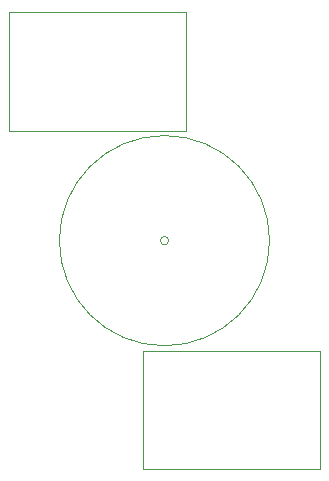
<source format=gbr>
G04 #@! TF.GenerationSoftware,KiCad,Pcbnew,5.1.4-1.fc30*
G04 #@! TF.CreationDate,2020-10-18T16:45:13+02:00*
G04 #@! TF.ProjectId,base,62617365-2e6b-4696-9361-645f70636258,rev?*
G04 #@! TF.SameCoordinates,Original*
G04 #@! TF.FileFunction,Legend,Top*
G04 #@! TF.FilePolarity,Positive*
%FSLAX46Y46*%
G04 Gerber Fmt 4.6, Leading zero omitted, Abs format (unit mm)*
G04 Created by KiCad (PCBNEW 5.1.4-1.fc30) date 2020-10-18 16:45:13*
%MOMM*%
%LPD*%
G04 APERTURE LIST*
%ADD10C,0.120000*%
G04 APERTURE END LIST*
D10*
X229730000Y-82790000D02*
X214730000Y-82790000D01*
X229730000Y-92790000D02*
X229730000Y-82790000D01*
X214730000Y-82790000D02*
X214730000Y-92790000D01*
X214730000Y-92790000D02*
X229730000Y-92790000D01*
X216878855Y-73470000D02*
G75*
G03X216878855Y-73470000I-348855J0D01*
G01*
X218330000Y-54150000D02*
X203330000Y-54150000D01*
X218330000Y-64150000D02*
X218330000Y-54150000D01*
X203330000Y-64150000D02*
X218330000Y-64150000D01*
X203330000Y-54150000D02*
X203330000Y-64150000D01*
X225430000Y-73470000D02*
G75*
G03X225430000Y-73470000I-8900000J0D01*
G01*
M02*

</source>
